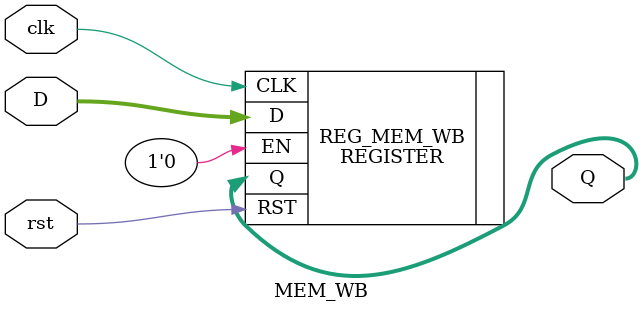
<source format=v>

module MEM_WB
#(
    parameter  W = 71
)
(
    input           clk     ,
    input           rst     ,
    input   [W-1:0] D       ,
    output  [W-1:0] Q
);

    REGISTER #(W) REG_MEM_WB
    (
        .CLK(clk)   ,
        .RST(rst)   ,
        .EN(1'b0)   ,
        .D(D)       ,
        .Q(Q)
    );
    
endmodule
</source>
